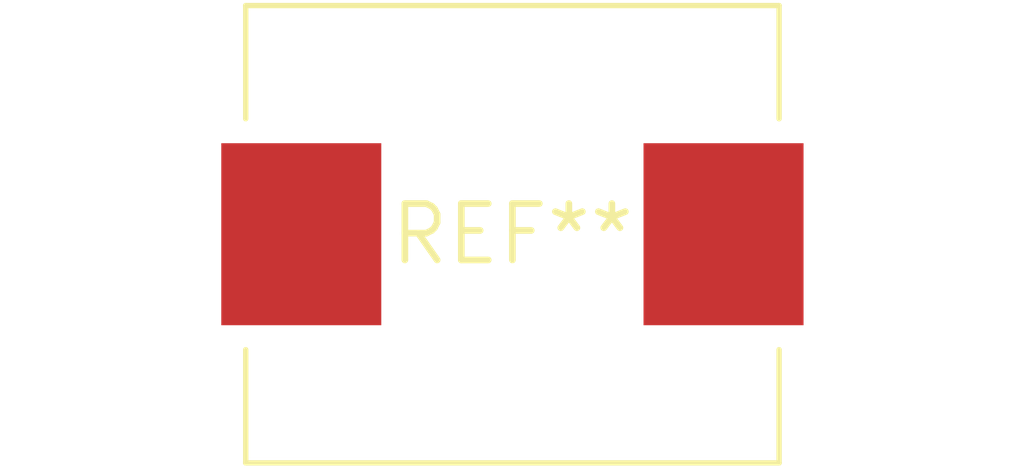
<source format=kicad_pcb>
(kicad_pcb (version 20240108) (generator pcbnew)
  (layers (0 "F.Cu" signal) (31 "B.Cu" signal) (34 "B.Paste" user) (35 "F.Paste" user) (36 "B.SilkS" user "B.Silkscreen") (37 "F.SilkS" user "F.Silkscreen") (38 "B.Mask" user) (39 "F.Mask" user) (44 "Edge.Cuts" user))
  (net 0 "")
  (footprint "L_Neosid_SM-PIC1004H" (layer "F.Cu") (at 0 0)
    (property "Reference" "REF**")
    (property "Value" "L_Neosid_SM-PIC1004H")
    (fp_line (start -6 -5.15) (end -6 -2.6) (layer "F.SilkS") (stroke (width 0.12)))
    (fp_line (start -6 2.6) (end -6 5.15) (layer "F.SilkS") (stroke (width 0.12)))
    (fp_line (start -6 5.15) (end 6 5.15) (layer "F.SilkS") (stroke (width 0.12)))
    (fp_line (start 6 -5.15) (end -6 -5.15) (layer "F.SilkS") (stroke (width 0.12)))
    (fp_line (start 6 -2.6) (end 6 -5.15) (layer "F.SilkS") (stroke (width 0.12)))
    (fp_line (start 6 5.15) (end 6 2.6) (layer "F.SilkS") (stroke (width 0.12)))
    (pad "1" smd rect (at -4.75 0) (size 3.6 4.1) (layers "F.Cu" "F.Paste" "F.Mask"))
    (pad "2" smd rect (at 4.75 0) (size 3.6 4.1) (layers "F.Cu" "F.Paste" "F.Mask"))
  )
)
</source>
